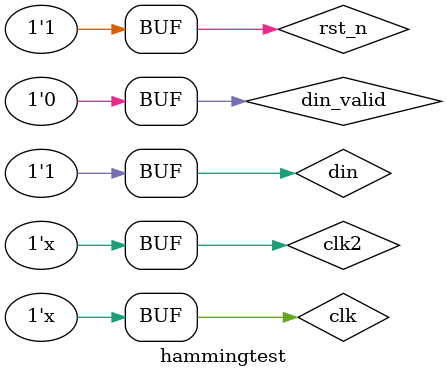
<source format=v>
`timescale 1ns / 1ps


module hammingtest;

	// Inputs
	reg clk;
	reg clk2;
	reg rst_n;
	reg din;
	reg din_valid;
	
	// Outputs
	wire dout;
	wire dout_valid;
//È«ÊÇ¡Ì¢à
	// Instantiate the Unit Under Test (UUT)
	hamming_encoder uut (
		.clk(clk), 
		.clk2(clk2), 
		.rst_n(rst_n), 
		.din(din), 
		.din_valid(din_valid), 
		.dout(dout), 
		.dout_valid(dout_valid)
	);

	initial begin
		// Initialize Inputs
		clk = 0;
		clk2 = 1;
		rst_n = 0;
		din = 0;
		din_valid = 0;

		// Wait 100 ns for global reset to finish
		#20; rst_n = ~rst_n;
		
		#20; din_valid = ~din_valid;
		#40; din = ~din;
		#40; din = ~din;
		#40; din = ~din;
		#80; din = ~din;
    #80; din = ~din;
		#40; din_valid = ~din_valid;
		// Add stimulus here
		
	end

    always #20 clk = ~clk;  
	always #10 clk2 = ~clk2;

endmodule


</source>
